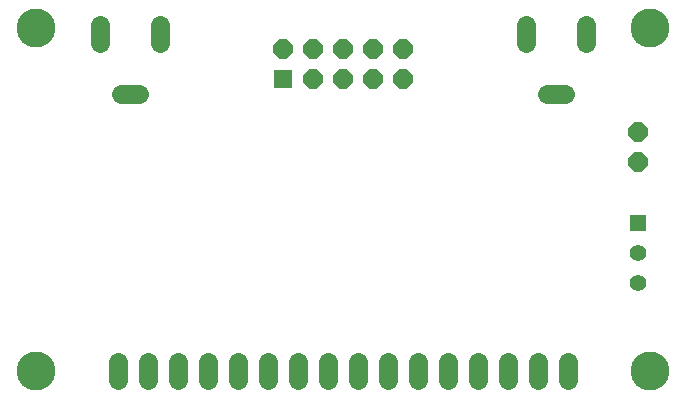
<source format=gbs>
G75*
G70*
%OFA0B0*%
%FSLAX24Y24*%
%IPPOS*%
%LPD*%
%AMOC8*
5,1,8,0,0,1.08239X$1,22.5*
%
%ADD10C,0.0640*%
%ADD11OC8,0.0640*%
%ADD12R,0.0640X0.0640*%
%ADD13R,0.0555X0.0555*%
%ADD14C,0.0555*%
%ADD15C,0.1300*%
D10*
X008705Y004691D02*
X008705Y005291D01*
X009705Y005291D02*
X009705Y004691D01*
X010705Y004691D02*
X010705Y005291D01*
X011705Y005291D02*
X011705Y004691D01*
X012705Y004691D02*
X012705Y005291D01*
X013705Y005291D02*
X013705Y004691D01*
X014705Y004691D02*
X014705Y005291D01*
X015705Y005291D02*
X015705Y004691D01*
X016705Y004691D02*
X016705Y005291D01*
X017705Y005291D02*
X017705Y004691D01*
X018705Y004691D02*
X018705Y005291D01*
X019705Y005291D02*
X019705Y004691D01*
X020705Y004691D02*
X020705Y005291D01*
X021705Y005291D02*
X021705Y004691D01*
X022705Y004691D02*
X022705Y005291D01*
X023705Y005291D02*
X023705Y004691D01*
X023592Y014228D02*
X022992Y014228D01*
X022292Y015928D02*
X022292Y016528D01*
X024292Y016528D02*
X024292Y015928D01*
X010119Y015928D02*
X010119Y016528D01*
X008119Y016528D02*
X008119Y015928D01*
X008819Y014228D02*
X009419Y014228D01*
D11*
X014205Y015728D03*
X015205Y015728D03*
X016205Y015728D03*
X017205Y015728D03*
X018205Y015728D03*
X018205Y014728D03*
X017205Y014728D03*
X016205Y014728D03*
X015205Y014728D03*
X026048Y012972D03*
X026048Y011972D03*
D12*
X014205Y014728D03*
D13*
X026048Y009929D03*
D14*
X026048Y008929D03*
X026048Y007929D03*
D15*
X005969Y004991D03*
X005969Y016409D03*
X026442Y016409D03*
X026442Y004991D03*
M02*

</source>
